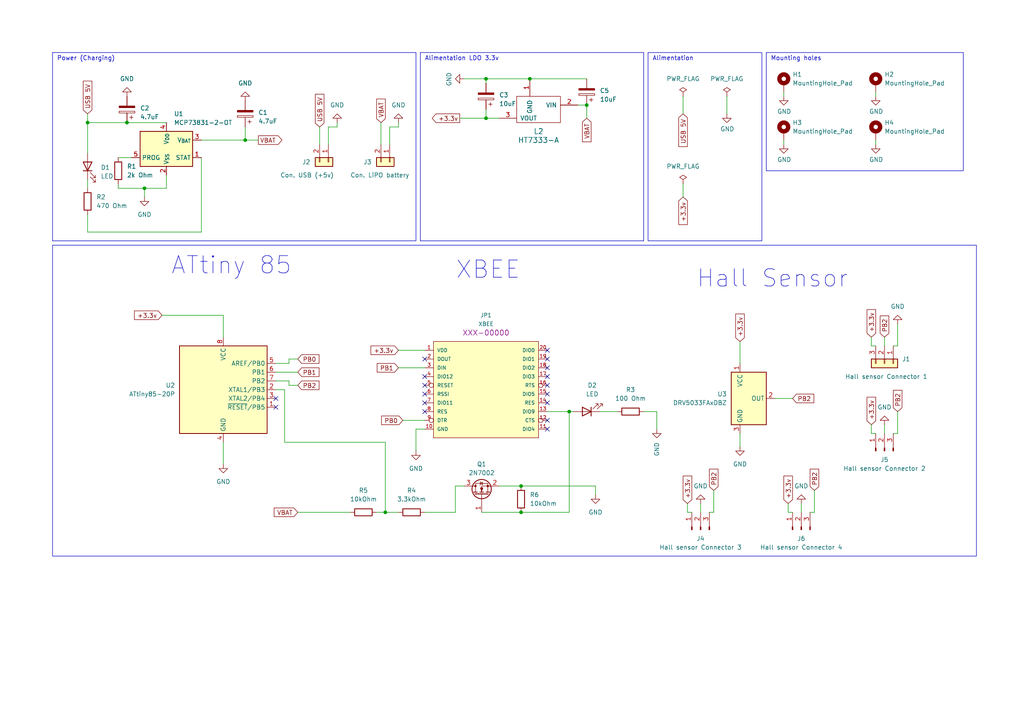
<source format=kicad_sch>
(kicad_sch (version 20230121) (generator eeschema)
  (paper "A4")
  (title_block (title "raingauge-v2") (date "12/24/2023") (rev "1.0.0") (company "Guiet"))
  (lib_symbols
    (symbol "Battery_Management:MCP73831-2-OT"
      (property "Reference" "U" (at -7.62 6.35 0))
      (property "Value" "MCP73831-2-OT" (at 1.27 6.35 0))
      (symbol "MCP73831-2-OT_0_1"
        (rectangle (start -7.62 5.08) (end 7.62 -5.08) (stroke (width 0.254)) (fill (type background)))
      )
      (symbol "MCP73831-2-OT_1_1"
        (pin output line (at 10.16 -2.54 180) (length 2.54) (name "STAT") (number "1"))
        (pin power_in line (at 0 -7.62 90) (length 2.54) (name "V_{SS}") (number "2"))
        (pin power_out line (at 10.16 2.54 180) (length 2.54) (name "V_{BAT}") (number "3"))
        (pin power_in line (at 0 7.62 270) (length 2.54) (name "V_{DD}") (number "4"))
        (pin input line (at -10.16 -2.54 0) (length 2.54) (name "PROG") (number "5"))
      )
    )
    (symbol "Connector:Conn_01x03_Pin" (pin_names (offset 1.016) hide)
      (property "Reference" "J" (at 0 5.08 0))
      (property "Value" "Conn_01x03_Pin" (at 0 -5.08 0))
      (symbol "Conn_01x03_Pin_1_1"
        (polyline (pts (xy 1.27 -2.54) (xy 0.8636 -2.54)) (stroke (width 0.1524)))
        (polyline (pts (xy 1.27 0) (xy 0.8636 0)) (stroke (width 0.1524)))
        (polyline (pts (xy 1.27 2.54) (xy 0.8636 2.54)) (stroke (width 0.1524)))
        (rectangle (start 0.8636 -2.413) (end 0 -2.667) (stroke (width 0.1524)) (fill (type outline)))
        (rectangle (start 0.8636 0.127) (end 0 -0.127) (stroke (width 0.1524)) (fill (type outline)))
        (rectangle (start 0.8636 2.667) (end 0 2.413) (stroke (width 0.1524)) (fill (type outline)))
        (pin passive line (at 5.08 2.54 180) (length 3.81) (name "Pin_1") (number "1"))
        (pin passive line (at 5.08 0 180) (length 3.81) (name "Pin_2") (number "2"))
        (pin passive line (at 5.08 -2.54 180) (length 3.81) (name "Pin_3") (number "3"))
      )
    )
    (symbol "Connector_Generic:Conn_01x02" (pin_names (offset 1.016) hide)
      (property "Reference" "J" (at 0 2.54 0))
      (property "Value" "Conn_01x02" (at 0 -5.08 0))
      (symbol "Conn_01x02_1_1"
        (rectangle (start -1.27 -2.413) (end 0 -2.667) (stroke (width 0.1524)))
        (rectangle (start -1.27 0.127) (end 0 -0.127) (stroke (width 0.1524)))
        (rectangle (start -1.27 1.27) (end 1.27 -3.81) (stroke (width 0.254)) (fill (type background)))
        (pin passive line (at -5.08 0 0) (length 3.81) (name "Pin_1") (number "1"))
        (pin passive line (at -5.08 -2.54 0) (length 3.81) (name "Pin_2") (number "2"))
      )
    )
    (symbol "Connector_Generic:Conn_01x03" (pin_names (offset 1.016) hide)
      (property "Reference" "J" (at 0 5.08 0))
      (property "Value" "Conn_01x03" (at 0 -5.08 0))
      (symbol "Conn_01x03_1_1"
        (rectangle (start -1.27 -2.413) (end 0 -2.667) (stroke (width 0.1524)))
        (rectangle (start -1.27 0.127) (end 0 -0.127) (stroke (width 0.1524)))
        (rectangle (start -1.27 2.667) (end 0 2.413) (stroke (width 0.1524)))
        (rectangle (start -1.27 3.81) (end 1.27 -3.81) (stroke (width 0.254)) (fill (type background)))
        (pin passive line (at -5.08 2.54 0) (length 3.81) (name "Pin_1") (number "1"))
        (pin passive line (at -5.08 0 0) (length 3.81) (name "Pin_2") (number "2"))
        (pin passive line (at -5.08 -2.54 0) (length 3.81) (name "Pin_3") (number "3"))
      )
    )
    (symbol "Device:C_Polarized" (pin_numbers hide) (pin_names (offset 0.254))
      (property "Reference" "C" (at 0.635 2.54 0))
      (property "Value" "C_Polarized" (at 0.635 -2.54 0))
      (symbol "C_Polarized_0_1"
        (rectangle (start -2.286 0.508) (end 2.286 1.016))
        (polyline (pts (xy -1.778 2.286) (xy -0.762 2.286)))
        (polyline (pts (xy -1.27 2.794) (xy -1.27 1.778)))
        (rectangle (start 2.286 -0.508) (end -2.286 -1.016) (fill (type outline)))
      )
      (symbol "C_Polarized_1_1"
        (pin passive line (at 0 3.81 270) (length 2.794) (name "~") (number "1"))
        (pin passive line (at 0 -3.81 90) (length 2.794) (name "~") (number "2"))
      )
    )
    (symbol "Device:LED" (pin_numbers hide) (pin_names (offset 1.016) hide)
      (property "Reference" "D" (at 0 2.54 0))
      (property "Value" "LED" (at 0 -2.54 0))
      (symbol "LED_0_1"
        (polyline (pts (xy -1.27 -1.27) (xy -1.27 1.27)) (stroke (width 0.254)))
        (polyline (pts (xy -1.27 0) (xy 1.27 0)))
        (polyline (pts (xy 1.27 -1.27) (xy 1.27 1.27) (xy -1.27 0) (xy 1.27 -1.27)) (stroke (width 0.254)))
        (polyline (pts (xy -3.048 -0.762) (xy -4.572 -2.286) (xy -3.81 -2.286) (xy -4.572 -2.286) (xy -4.572 -1.524)))
        (polyline (pts (xy -1.778 -0.762) (xy -3.302 -2.286) (xy -2.54 -2.286) (xy -3.302 -2.286) (xy -3.302 -1.524)))
      )
      (symbol "LED_1_1"
        (pin passive line (at -3.81 0 0) (length 2.54) (name "K") (number "1"))
        (pin passive line (at 3.81 0 180) (length 2.54) (name "A") (number "2"))
      )
    )
    (symbol "Device:R" (pin_numbers hide) (pin_names (offset 0))
      (property "Reference" "R" (at 2.032 0 90))
      (property "Value" "R" (at 0 0 90))
      (symbol "R_0_1"
        (rectangle (start -1.016 -2.54) (end 1.016 2.54) (stroke (width 0.254)))
      )
      (symbol "R_1_1"
        (pin passive line (at 0 3.81 270) (length 1.27) (name "~") (number "1"))
        (pin passive line (at 0 -3.81 90) (length 1.27) (name "~") (number "2"))
      )
    )
    (symbol "MCU_Microchip_ATtiny:ATtiny85-20P"
      (property "Reference" "U" (at -12.7 13.97 0))
      (property "Value" "ATtiny85-20P" (at 2.54 -13.97 0))
      (symbol "ATtiny85-20P_0_1"
        (rectangle (start -12.7 -12.7) (end 12.7 12.7) (stroke (width 0.254)) (fill (type background)))
      )
      (symbol "ATtiny85-20P_1_1"
        (pin bidirectional line (at 15.24 -5.08 180) (length 2.54) (name "~{RESET}/PB5") (number "1"))
        (pin bidirectional line (at 15.24 0 180) (length 2.54) (name "XTAL1/PB3") (number "2"))
        (pin bidirectional line (at 15.24 -2.54 180) (length 2.54) (name "XTAL2/PB4") (number "3"))
        (pin power_in line (at 0 -15.24 90) (length 2.54) (name "GND") (number "4"))
        (pin bidirectional line (at 15.24 7.62 180) (length 2.54) (name "AREF/PB0") (number "5"))
        (pin bidirectional line (at 15.24 5.08 180) (length 2.54) (name "PB1") (number "6"))
        (pin bidirectional line (at 15.24 2.54 180) (length 2.54) (name "PB2") (number "7"))
        (pin power_in line (at 0 15.24 270) (length 2.54) (name "VCC") (number "8"))
      )
    )
    (symbol "Mechanical:MountingHole_Pad" (pin_numbers hide) (pin_names (offset 1.016) hide)
      (property "Reference" "H" (at 0 6.35 0))
      (property "Value" "MountingHole_Pad" (at 0 4.445 0))
      (symbol "MountingHole_Pad_0_1"
        (circle (center 0 1.27) (radius 1.27) (stroke (width 1.27)))
      )
      (symbol "MountingHole_Pad_1_1"
        (pin input line (at 0 -2.54 90) (length 2.54) (name "1") (number "1"))
      )
    )
    (symbol "Sensor_Magnetic:DRV5033FAxDBZ"
      (property "Reference" "U" (at 2.54 12.7 0))
      (property "Value" "DRV5033FAxDBZ" (at 2.54 10.16 0))
      (symbol "DRV5033FAxDBZ_1_1"
        (rectangle (start -5.08 7.62) (end 5.08 -7.62) (stroke (width 0.254)) (fill (type background)))
        (pin power_in line (at -2.54 10.16 270) (length 2.54) (name "VCC") (number "1"))
        (pin output line (at 7.62 0 180) (length 2.54) (name "OUT") (number "2"))
        (pin power_in line (at -2.54 -10.16 90) (length 2.54) (name "GND") (number "3"))
      )
    )
    (symbol "Transistor_FET:2N7002" (pin_names hide)
      (property "Reference" "Q" (at 5.08 1.905 0))
      (property "Value" "2N7002" (at 5.08 0 0))
      (symbol "2N7002_0_1"
        (polyline (pts (xy 0.254 0) (xy -2.54 0)))
        (polyline (pts (xy 0.254 1.905) (xy 0.254 -1.905)) (stroke (width 0.254)))
        (polyline (pts (xy 0.762 -1.27) (xy 0.762 -2.286)) (stroke (width 0.254)))
        (polyline (pts (xy 0.762 0.508) (xy 0.762 -0.508)) (stroke (width 0.254)))
        (polyline (pts (xy 0.762 2.286) (xy 0.762 1.27)) (stroke (width 0.254)))
        (polyline (pts (xy 2.54 2.54) (xy 2.54 1.778)))
        (polyline (pts (xy 2.54 -2.54) (xy 2.54 0) (xy 0.762 0)))
        (polyline (pts (xy 0.762 -1.778) (xy 3.302 -1.778) (xy 3.302 1.778) (xy 0.762 1.778)))
        (polyline (pts (xy 1.016 0) (xy 2.032 0.381) (xy 2.032 -0.381) (xy 1.016 0)) (fill (type outline)))
        (polyline (pts (xy 2.794 0.508) (xy 2.921 0.381) (xy 3.683 0.381) (xy 3.81 0.254)))
        (polyline (pts (xy 3.302 0.381) (xy 2.921 -0.254) (xy 3.683 -0.254) (xy 3.302 0.381)))
        (circle (center 1.651 0) (radius 2.794) (stroke (width 0.254)))
        (circle (center 2.54 -1.778) (radius 0.254) (fill (type outline)))
        (circle (center 2.54 1.778) (radius 0.254) (fill (type outline)))
      )
      (symbol "2N7002_1_1"
        (pin input line (at -5.08 0 0) (length 2.54) (name "G") (number "1"))
        (pin passive line (at 2.54 -5.08 90) (length 2.54) (name "S") (number "2"))
        (pin passive line (at 2.54 5.08 270) (length 2.54) (name "D") (number "3"))
      )
    )
    (symbol "power:GND" (power) (pin_names (offset 0))
      (property "Value" "GND" (at 0 -3.81 0))
      (symbol "GND_0_1"
        (polyline (pts (xy 0 0) (xy 0 -1.27) (xy 1.27 -1.27) (xy 0 -2.54) (xy -1.27 -1.27) (xy 0 -1.27)))
      )
      (symbol "GND_1_1"
        (pin power_in line (at 0 0 270) (length 0) hide (name "GND") (number "1"))
      )
    )
    (symbol "power:PWR_FLAG" (power) (pin_numbers hide) (pin_names (offset 0) hide)
      (property "Value" "PWR_FLAG" (at 0 3.81 0))
      (symbol "PWR_FLAG_0_0"
        (pin power_out line (at 0 0 90) (length 0) (name "pwr") (number "1"))
      )
      (symbol "PWR_FLAG_0_1"
        (polyline (pts (xy 0 0) (xy 0 1.27) (xy -1.016 1.905) (xy 0 2.54) (xy 1.016 1.905) (xy 0 1.27)))
      )
    )
    (symbol "raingauge-v2-1:HT7333-A" (pin_names (offset 1.016))
      (property "Reference" "L2" (at 1.27 7.62 0))
      (property "Value" "HT7333-A" (at 1.27 10.16 0))
      (symbol "HT7333-A_0_1"
        (rectangle (start -5.08 -2.54) (end 7.62 5.08))
      )
      (symbol "HT7333-A_1_1"
        (pin input line (at 3.81 -7.62 90) (length 5.08) (name "GND") (number "1"))
        (pin input line (at -10.16 0 0) (length 5.08) (name "VIN") (number "2"))
        (pin input line (at 12.7 3.81 180) (length 5.08) (name "VOUT") (number "3"))
      )
    )
    (symbol "raingauge-v2-2:XBEE" (pin_names (offset 1.016))
      (property "Reference" "JP" (at -15.24 13.97 0))
      (property "Value" "XBEE" (at -15.24 -17.78 0))
      (property "Field4" "XXX-00000" (at 0 16.51 0))
      (symbol "XBEE_1_1"
        (polyline (pts (xy -15.24 12.7) (xy 15.24 12.7) (xy 15.24 -15.24) (xy -15.24 -15.24) (xy -15.24 12.7)) (fill (type background)))
        (pin power_in line (at -17.78 10.16 0) (length 2.54) (name "VDD") (number "1"))
        (pin power_in line (at -17.78 -12.7 0) (length 2.54) (name "GND") (number "10"))
        (pin bidirectional line (at 17.78 -12.7 180) (length 2.54) (name "DIO4") (number "11"))
        (pin output inverted (at 17.78 -10.16 180) (length 2.54) (name "CTS") (number "12"))
        (pin bidirectional line (at 17.78 -7.62 180) (length 2.54) (name "DIO9") (number "13"))
        (pin bidirectional line (at 17.78 -5.08 180) (length 2.54) (name "RES") (number "14"))
        (pin bidirectional line (at 17.78 -2.54 180) (length 2.54) (name "DIO5") (number "15"))
        (pin input inverted (at 17.78 0 180) (length 2.54) (name "RTS") (number "16"))
        (pin bidirectional line (at 17.78 2.54 180) (length 2.54) (name "DIO3") (number "17"))
        (pin bidirectional line (at 17.78 5.08 180) (length 2.54) (name "DIO2") (number "18"))
        (pin bidirectional line (at 17.78 7.62 180) (length 2.54) (name "DIO1") (number "19"))
        (pin output line (at -17.78 7.62 0) (length 2.54) (name "DOUT") (number "2"))
        (pin bidirectional line (at 17.78 10.16 180) (length 2.54) (name "DIO0") (number "20"))
        (pin input line (at -17.78 5.08 0) (length 2.54) (name "DIN") (number "3"))
        (pin bidirectional line (at -17.78 2.54 0) (length 2.54) (name "DIO12") (number "4"))
        (pin input inverted (at -17.78 0 0) (length 2.54) (name "RESET") (number "5"))
        (pin bidirectional line (at -17.78 -2.54 0) (length 2.54) (name "RSSI") (number "6"))
        (pin bidirectional line (at -17.78 -5.08 0) (length 2.54) (name "DIO11") (number "7"))
        (pin bidirectional line (at -17.78 -7.62 0) (length 2.54) (name "RES") (number "8"))
        (pin bidirectional inverted (at -17.78 -10.16 0) (length 2.54) (name "DTR") (number "9"))
      )
    )
  )
  (junction (at 36.83 35.56))
  (junction (at 153.67 22.86))
  (junction (at 140.97 34.29))
  (junction (at 151.13 148.59))
  (junction (at 151.13 140.97))
  (junction (at 165.1 119.38))
  (junction (at 25.4 35.56))
  (junction (at 41.91 54.61))
  (junction (at 140.97 22.86))
  (junction (at 111.76 148.59))
  (junction (at 170.18 30.48))
  (junction (at 71.12 40.64))
  (no_connect (at 123.19 114.3))
  (no_connect (at 123.19 109.22))
  (no_connect (at 158.75 106.68))
  (no_connect (at 158.75 121.92))
  (no_connect (at 123.19 111.76))
  (no_connect (at 158.75 104.14))
  (no_connect (at 158.75 114.3))
  (no_connect (at 158.75 101.6))
  (no_connect (at 158.75 116.84))
  (no_connect (at 123.19 119.38))
  (no_connect (at 158.75 109.22))
  (no_connect (at 80.01 115.57))
  (no_connect (at 158.75 111.76))
  (no_connect (at 158.75 124.46))
  (no_connect (at 123.19 116.84))
  (no_connect (at 123.19 104.14))
  (no_connect (at 80.01 118.11))
  (wire (pts (xy 227.33 40.64) (xy 227.33 41.91)))
  (wire (pts (xy 71.12 40.64) (xy 71.12 36.83)))
  (wire (pts (xy 97.79 35.56) (xy 97.79 36.83)))
  (wire (pts (xy 110.49 35.56) (xy 110.49 41.91)))
  (wire (pts (xy 133.35 34.29) (xy 140.97 34.29)))
  (wire (pts (xy 252.73 125.73) (xy 254 125.73)))
  (wire (pts (xy 232.41 146.05) (xy 232.41 148.59)))
  (wire (pts (xy 224.79 115.57) (xy 229.87 115.57)))
  (wire (pts (xy 46.99 91.44) (xy 64.77 91.44)))
  (wire (pts (xy 214.63 99.06) (xy 214.63 105.41)))
  (wire (pts (xy 140.97 22.86) (xy 153.67 22.86)))
  (wire (pts (xy 95.25 36.83) (xy 95.25 41.91)))
  (wire (pts (xy 86.36 148.59) (xy 101.6 148.59)))
  (wire (pts (xy 41.91 54.61) (xy 41.91 57.15)))
  (wire (pts (xy 165.1 119.38) (xy 166.37 119.38)))
  (wire (pts (xy 134.62 22.86) (xy 140.97 22.86)))
  (wire (pts (xy 140.97 34.29) (xy 144.78 34.29)))
  (wire (pts (xy 25.4 62.23) (xy 25.4 67.31)))
  (wire (pts (xy 198.12 27.94) (xy 198.12 33.02)))
  (wire (pts (xy 64.77 91.44) (xy 64.77 97.79)))
  (wire (pts (xy 207.01 148.59) (xy 205.74 148.59)))
  (wire (pts (xy 198.12 53.34) (xy 198.12 57.15)))
  (wire (pts (xy 190.5 119.38) (xy 186.69 119.38)))
  (wire (pts (xy 113.03 36.83) (xy 113.03 41.91)))
  (wire (pts (xy 115.57 35.56) (xy 115.57 36.83)))
  (wire (pts (xy 34.29 45.72) (xy 38.1 45.72)))
  (wire (pts (xy 25.4 52.07) (xy 25.4 54.61)))
  (wire (pts (xy 111.76 148.59) (xy 115.57 148.59)))
  (wire (pts (xy 260.35 119.38) (xy 260.35 125.73)))
  (polyline (pts (xy 186.69 69.85) (xy 186.69 15.24)))
  (wire (pts (xy 256.54 97.79) (xy 256.54 100.33)))
  (wire (pts (xy 36.83 35.56) (xy 48.26 35.56)))
  (wire (pts (xy 116.84 121.92) (xy 123.19 121.92)))
  (wire (pts (xy 83.82 111.76) (xy 86.36 111.76)))
  (wire (pts (xy 83.82 110.49) (xy 80.01 110.49)))
  (wire (pts (xy 132.08 148.59) (xy 123.19 148.59)))
  (wire (pts (xy 173.99 119.38) (xy 179.07 119.38)))
  (wire (pts (xy 109.22 148.59) (xy 111.76 148.59)))
  (wire (pts (xy 83.82 105.41) (xy 80.01 105.41)))
  (wire (pts (xy 92.71 36.83) (xy 92.71 41.91)))
  (wire (pts (xy 80.01 107.95) (xy 86.36 107.95)))
  (wire (pts (xy 153.67 22.86) (xy 170.18 22.86)))
  (wire (pts (xy 252.73 97.79) (xy 252.73 100.33)))
  (wire (pts (xy 151.13 148.59) (xy 139.7 148.59)))
  (wire (pts (xy 83.82 104.14) (xy 86.36 104.14)))
  (wire (pts (xy 228.6 148.59) (xy 229.87 148.59)))
  (wire (pts (xy 115.57 101.6) (xy 123.19 101.6)))
  (wire (pts (xy 236.22 148.59) (xy 234.95 148.59)))
  (wire (pts (xy 97.79 36.83) (xy 95.25 36.83)))
  (wire (pts (xy 83.82 111.76) (xy 83.82 110.49)))
  (wire (pts (xy 199.39 146.05) (xy 199.39 148.59)))
  (wire (pts (xy 25.4 35.56) (xy 36.83 35.56)))
  (wire (pts (xy 167.64 30.48) (xy 170.18 30.48)))
  (wire (pts (xy 25.4 35.56) (xy 25.4 44.45)))
  (wire (pts (xy 58.42 40.64) (xy 71.12 40.64)))
  (wire (pts (xy 256.54 123.19) (xy 256.54 125.73)))
  (polyline (pts (xy 121.92 69.85) (xy 186.69 69.85)))
  (wire (pts (xy 48.26 54.61) (xy 41.91 54.61)))
  (polyline (pts (xy 121.92 15.24) (xy 121.92 69.85)))
  (wire (pts (xy 74.93 40.64) (xy 71.12 40.64)))
  (wire (pts (xy 214.63 125.73) (xy 214.63 129.54)))
  (wire (pts (xy 25.4 67.31) (xy 58.42 67.31)))
  (wire (pts (xy 260.35 93.98) (xy 260.35 100.33)))
  (wire (pts (xy 120.65 124.46) (xy 120.65 130.81)))
  (wire (pts (xy 210.82 27.94) (xy 210.82 33.02)))
  (wire (pts (xy 170.18 30.48) (xy 170.18 34.29)))
  (wire (pts (xy 151.13 140.97) (xy 172.72 140.97)))
  (wire (pts (xy 64.77 128.27) (xy 64.77 134.62)))
  (wire (pts (xy 207.01 142.24) (xy 207.01 148.59)))
  (wire (pts (xy 132.08 140.97) (xy 134.62 140.97)))
  (wire (pts (xy 165.1 148.59) (xy 151.13 148.59)))
  (wire (pts (xy 236.22 142.24) (xy 236.22 148.59)))
  (wire (pts (xy 199.39 148.59) (xy 200.66 148.59)))
  (wire (pts (xy 25.4 33.02) (xy 25.4 35.56)))
  (wire (pts (xy 111.76 128.27) (xy 82.55 128.27)))
  (wire (pts (xy 165.1 119.38) (xy 165.1 148.59)))
  (wire (pts (xy 228.6 146.05) (xy 228.6 148.59)))
  (wire (pts (xy 144.78 140.97) (xy 151.13 140.97)))
  (wire (pts (xy 82.55 128.27) (xy 82.55 113.03)))
  (wire (pts (xy 252.73 100.33) (xy 254 100.33)))
  (wire (pts (xy 254 26.67) (xy 254 27.94)))
  (wire (pts (xy 83.82 104.14) (xy 83.82 105.41)))
  (wire (pts (xy 172.72 140.97) (xy 172.72 143.51)))
  (wire (pts (xy 203.2 146.05) (xy 203.2 148.59)))
  (wire (pts (xy 140.97 22.86) (xy 140.97 24.13)))
  (wire (pts (xy 41.91 54.61) (xy 34.29 54.61)))
  (wire (pts (xy 227.33 26.67) (xy 227.33 27.94)))
  (wire (pts (xy 260.35 100.33) (xy 259.08 100.33)))
  (wire (pts (xy 140.97 31.75) (xy 140.97 34.29)))
  (wire (pts (xy 254 40.64) (xy 254 41.91)))
  (wire (pts (xy 132.08 140.97) (xy 132.08 148.59)))
  (wire (pts (xy 82.55 113.03) (xy 80.01 113.03)))
  (wire (pts (xy 115.57 36.83) (xy 113.03 36.83)))
  (wire (pts (xy 111.76 148.59) (xy 111.76 128.27)))
  (wire (pts (xy 48.26 50.8) (xy 48.26 54.61)))
  (wire (pts (xy 190.5 124.46) (xy 190.5 119.38)))
  (wire (pts (xy 252.73 123.19) (xy 252.73 125.73)))
  (polyline (pts (xy 186.69 15.24) (xy 121.92 15.24)))
  (wire (pts (xy 58.42 67.31) (xy 58.42 45.72)))
  (wire (pts (xy 260.35 125.73) (xy 259.08 125.73)))
  (wire (pts (xy 34.29 53.34) (xy 34.29 54.61)))
  (wire (pts (xy 123.19 124.46) (xy 120.65 124.46)))
  (wire (pts (xy 158.75 119.38) (xy 165.1 119.38)))
  (wire (pts (xy 115.57 106.68) (xy 123.19 106.68)))
  (rectangle (start 187.96 15.24) (end 220.98 69.85))
  (rectangle (start 15.24 15.24) (end 120.65 69.85))
  (rectangle (start 15.24 71.12) (end 283.21 161.29))
  (rectangle (start 222.25 15.24) (end 279.4 49.53))
  (text "XBEE" (at 132.08 81.28 0) (effects (font (size 5 5)) (justify left bottom)))
  (text "Power (Charging)" (at 16.51 17.78 0) (effects (font (size 1.27 1.27)) (justify left bottom)))
  (text "Hall Sensor" (at 201.93 83.82 0) (effects (font (size 5 5)) (justify left bottom)))
  (text "Mounting holes" (at 223.52 17.78 0) (effects (font (size 1.27 1.27)) (justify left bottom)))
  (text "Alimentation" (at 189.23 17.78 0) (effects (font (size 1.27 1.27)) (justify left bottom)))
  (text "Alimentation LDO 3.3v" (at 123.19 17.78 0) (effects (font (size 1.27 1.27)) (justify left bottom)))
  (text "ATtiny 85" (at 49.53 80.01 0) (effects (font (size 5 5)) (justify left bottom)))
  (global_label "PB1" (shape input) (at 115.57 106.68 180) (property "Intersheetrefs" "${INTERSHEET_REFS}" (effects hide)))
  (global_label "+3.3v" (shape input) (at 46.99 91.44 180) (property "Intersheetrefs" "${INTERSHEET_REFS}" (effects hide)))
  (global_label "+3.3v" (shape input) (at 252.73 123.19 90) (property "Intersheetrefs" "${INTERSHEET_REFS}" (effects hide)))
  (global_label "+3.3v" (shape output) (at 133.35 34.29 180) (property "Intersheetrefs" "${INTERSHEET_REFS}" (effects hide)))
  (global_label "+3.3v" (shape input) (at 198.12 57.15 270) (property "Intersheetrefs" "${INTERSHEET_REFS}" (effects hide)))
  (global_label "PB2" (shape input) (at 207.01 142.24 90) (property "Intersheetrefs" "${INTERSHEET_REFS}" (effects hide)))
  (global_label "PB0" (shape input) (at 116.84 121.92 180) (property "Intersheetrefs" "${INTERSHEET_REFS}" (effects hide)))
  (global_label "VBAT" (shape input) (at 170.18 34.29 270) (property "Intersheetrefs" "${INTERSHEET_REFS}" (effects hide)))
  (global_label "PB1" (shape input) (at 86.36 107.95 0) (property "Intersheetrefs" "${INTERSHEET_REFS}" (effects hide)))
  (global_label "USB 5V" (shape input) (at 198.12 33.02 270) (property "Intersheetrefs" "${INTERSHEET_REFS}" (effects hide)))
  (global_label "+3.3v" (shape input) (at 252.73 97.79 90) (property "Intersheetrefs" "${INTERSHEET_REFS}" (effects hide)))
  (global_label "VBAT" (shape input) (at 110.49 35.56 90) (property "Intersheetrefs" "${INTERSHEET_REFS}" (effects hide)))
  (global_label "USB 5V" (shape input) (at 25.4 33.02 90) (property "Intersheetrefs" "${INTERSHEET_REFS}" (effects hide)))
  (global_label "PB2" (shape input) (at 86.36 111.76 0) (property "Intersheetrefs" "${INTERSHEET_REFS}" (effects hide)))
  (global_label "VBAT" (shape input) (at 86.36 148.59 180) (property "Intersheetrefs" "${INTERSHEET_REFS}" (effects hide)))
  (global_label "VBAT" (shape output) (at 74.93 40.64 0) (property "Intersheetrefs" "${INTERSHEET_REFS}" (effects hide)))
  (global_label "+3.3v" (shape input) (at 199.39 146.05 90) (property "Intersheetrefs" "${INTERSHEET_REFS}" (effects hide)))
  (global_label "+3.3v" (shape input) (at 228.6 146.05 90) (property "Intersheetrefs" "${INTERSHEET_REFS}" (effects hide)))
  (global_label "PB2" (shape input) (at 256.54 97.79 90) (property "Intersheetrefs" "${INTERSHEET_REFS}" (effects hide)))
  (global_label "+3.3v" (shape input) (at 115.57 101.6 180) (property "Intersheetrefs" "${INTERSHEET_REFS}" (effects hide)))
  (global_label "PB2" (shape input) (at 229.87 115.57 0) (property "Intersheetrefs" "${INTERSHEET_REFS}" (effects hide)))
  (global_label "PB0" (shape input) (at 86.36 104.14 0) (property "Intersheetrefs" "${INTERSHEET_REFS}" (effects hide)))
  (global_label "USB 5V" (shape input) (at 92.71 36.83 90) (property "Intersheetrefs" "${INTERSHEET_REFS}" (effects hide)))
  (global_label "+3.3v" (shape input) (at 214.63 99.06 90) (property "Intersheetrefs" "${INTERSHEET_REFS}" (effects hide)))
  (global_label "PB2" (shape input) (at 260.35 119.38 90) (property "Intersheetrefs" "${INTERSHEET_REFS}" (effects hide)))
  (global_label "PB2" (shape input) (at 236.22 142.24 90) (property "Intersheetrefs" "${INTERSHEET_REFS}" (effects hide)))
  (symbol (lib_id "Device:LED") (at 170.18 119.38 180) (unit 1)
    (property "Reference" "D2" (at 171.7675 111.76 0))
    (property "Value" "LED" (at 171.7675 114.3 0))
    (property "Footprint" "LED_SMD:LED_0805_2012Metric" (effects hide))
  )
  (symbol (lib_id "power:GND") (at 227.33 41.91 0) (unit 1)
    (property "Reference" "#PWR015" (effects hide))
    (property "Value" "GND" (at 227.457 46.3042 0))
  )
  (symbol (lib_id "Mechanical:MountingHole_Pad") (at 254 38.1 0) (unit 1)
    (property "Reference" "H4" (at 256.54 35.56 0) (effects (justify left)))
    (property "Value" "MountingHole_Pad" (at 256.54 38.1 0) (effects (justify left)))
    (property "Footprint" "MountingHole:MountingHole_2.2mm_M2_Pad" (effects hide))
  )
  (symbol (lib_id "power:GND") (at 260.35 93.98 180) (unit 1)
    (property "Reference" "#PWR013" (effects hide))
    (property "Value" "GND" (at 260.35 88.9 0))
  )
  (symbol (lib_id "power:PWR_FLAG") (at 198.12 27.94 0) (unit 1)
    (property "Reference" "#FLG01" (effects hide))
    (property "Value" "PWR_FLAG" (at 198.12 22.86 0))
  )
  (symbol (lib_id "Connector:Conn_01x03_Pin") (at 232.41 153.67 90) (unit 1)
    (property "Reference" "J6" (at 232.41 156.21 90))
    (property "Value" "Hall sensor Connector 4" (at 232.41 158.75 90))
    (property "Footprint" "Connector_PinSocket_2.54mm:PinSocket_1x03_P2.54mm_Vertical" (effects hide))
  )
  (symbol (lib_id "Device:C_Polarized") (at 140.97 27.94 180) (unit 1)
    (property "Reference" "C3" (at 144.78 27.559 0) (effects (justify right)))
    (property "Value" "10uF" (at 144.78 30.099 0) (effects (justify right)))
    (property "Footprint" "Capacitor_SMD:C_0805_2012Metric" (effects hide))
  )
  (symbol (lib_id "MCU_Microchip_ATtiny:ATtiny85-20P") (at 64.77 113.03 0) (unit 1)
    (property "Reference" "U2" (at 50.8 111.76 0) (effects (justify right)))
    (property "Value" "ATtiny85-20P" (at 50.8 114.3 0) (effects (justify right)))
    (property "Footprint" "Package_DIP:DIP-8_W7.62mm" (effects hide))
    (property "Datasheet" "http://ww1.microchip.com/downloads/en/DeviceDoc/atmel-2586-avr-8-bit-microcontroller-attiny25-attiny45-attiny85_datasheet.pdf" (effects hide))
  )
  (symbol (lib_id "power:GND") (at 41.91 57.15 0) (unit 1)
    (property "Reference" "#PWR01" (effects hide))
    (property "Value" "GND" (at 41.91 62.23 0))
  )
  (symbol (lib_id "Connector:Conn_01x03_Pin") (at 203.2 153.67 90) (unit 1)
    (property "Reference" "J4" (at 203.2 156.21 90))
    (property "Value" "Hall sensor Connector 3" (at 203.2 158.75 90))
    (property "Footprint" "Connector_PinSocket_2.54mm:PinSocket_1x03_P2.54mm_Vertical" (effects hide))
  )
  (symbol (lib_id "Battery_Management:MCP73831-2-OT") (at 48.26 43.18 0) (unit 1)
    (property "Reference" "U1" (at 50.4541 33.02 0) (effects (justify left)))
    (property "Value" "MCP73831-2-OT" (at 50.4541 35.56 0) (effects (justify left)))
    (property "Footprint" "Package_TO_SOT_SMD:SOT-23-5" (effects hide))
    (property "Datasheet" "http://ww1.microchip.com/downloads/en/DeviceDoc/20001984g.pdf" (effects hide))
  )
  (symbol (lib_id "Device:R") (at 34.29 49.53 180) (unit 1)
    (property "Reference" "R1" (at 36.83 48.26 0) (effects (justify right)))
    (property "Value" "2k Ohm" (at 36.83 50.8 0) (effects (justify right)))
    (property "Footprint" "Resistor_SMD:R_0805_2012Metric" (effects hide))
  )
  (symbol (lib_id "power:GND") (at 227.33 27.94 0) (unit 1)
    (property "Reference" "#PWR017" (effects hide))
    (property "Value" "GND" (at 227.457 32.3342 0))
  )
  (symbol (lib_id "power:GND") (at 134.62 22.86 270) (unit 1)
    (property "Reference" "#PWR06" (effects hide))
    (property "Value" "GND" (at 130.2258 22.987 0))
  )
  (symbol (lib_id "power:GND") (at 172.72 143.51 0) (unit 1)
    (property "Reference" "#PWR011" (effects hide))
    (property "Value" "GND" (at 172.72 148.59 0))
  )
  (symbol (lib_id "power:GND") (at 97.79 35.56 180) (unit 1)
    (property "Reference" "#PWR04" (effects hide))
    (property "Value" "GND" (at 97.79 30.48 0))
  )
  (symbol (lib_id "power:PWR_FLAG") (at 198.12 53.34 0) (unit 1)
    (property "Reference" "#FLG02" (effects hide))
    (property "Value" "PWR_FLAG" (at 198.12 48.26 0))
  )
  (symbol (lib_id "power:GND") (at 64.77 134.62 0) (unit 1)
    (property "Reference" "#PWR07" (effects hide))
    (property "Value" "GND" (at 64.77 139.7 0))
  )
  (symbol (lib_id "Connector_Generic:Conn_01x02") (at 95.25 46.99 270) (unit 1)
    (property "Reference" "J2" (at 87.63 46.99 90) (effects (justify left)))
    (property "Value" "Con. USB (+5v)" (at 81.28 50.8 90) (effects (justify left)))
    (property "Footprint" "Connector_JST:JST_EH_B2B-EH-A_1x02_P2.50mm_Vertical" (effects hide))
  )
  (symbol (lib_id "Device:R") (at 119.38 148.59 270) (unit 1)
    (property "Reference" "R4" (at 119.38 142.24 90))
    (property "Value" "3.3kOhm" (at 119.38 144.78 90))
    (property "Footprint" "Resistor_SMD:R_0805_2012Metric" (effects hide))
  )
  (symbol (lib_id "Connector_Generic:Conn_01x02") (at 113.03 46.99 270) (unit 1)
    (property "Reference" "J3" (at 105.41 46.99 90) (effects (justify left)))
    (property "Value" "Con. LiPO battery " (at 101.6 50.8 90) (effects (justify left)))
    (property "Footprint" "Connector_JST:JST_EH_B2B-EH-A_1x02_P2.50mm_Vertical" (effects hide))
  )
  (symbol (lib_id "Device:R") (at 105.41 148.59 270) (unit 1)
    (property "Reference" "R5" (at 105.41 142.24 90))
    (property "Value" "10kOhm" (at 105.41 144.78 90))
    (property "Footprint" "Resistor_SMD:R_0805_2012Metric" (effects hide))
  )
  (symbol (lib_id "Device:C_Polarized") (at 36.83 31.75 180) (unit 1)
    (property "Reference" "C2" (at 40.64 31.369 0) (effects (justify right)))
    (property "Value" "4.7uF" (at 40.64 33.909 0) (effects (justify right)))
    (property "Footprint" "Capacitor_SMD:C_0805_2012Metric" (effects hide))
  )
  (symbol (lib_id "Mechanical:MountingHole_Pad") (at 227.33 24.13 0) (unit 1)
    (property "Reference" "H1" (at 229.87 21.59 0) (effects (justify left)))
    (property "Value" "MountingHole_Pad" (at 229.87 24.13 0) (effects (justify left)))
    (property "Footprint" "MountingHole:MountingHole_2.2mm_M2_Pad" (effects hide))
  )
  (symbol (lib_id "Device:R") (at 151.13 144.78 180) (unit 1)
    (property "Reference" "R6" (at 153.67 143.51 0) (effects (justify right)))
    (property "Value" "10kOhm" (at 153.67 146.05 0) (effects (justify right)))
    (property "Footprint" "Resistor_SMD:R_0805_2012Metric" (effects hide))
  )
  (symbol (lib_id "Device:R") (at 25.4 58.42 180) (unit 1)
    (property "Reference" "R2" (at 27.94 57.15 0) (effects (justify right)))
    (property "Value" "470 Ohm" (at 27.94 59.69 0) (effects (justify right)))
    (property "Footprint" "Resistor_SMD:R_0805_2012Metric" (effects hide))
  )
  (symbol (lib_id "raingauge-v2-2:XBEE") (at 140.97 111.76 0) (unit 1)
    (property "Reference" "JP1" (at 140.97 91.44 0) (effects (font (size 1.143 1.143))))
    (property "Value" "XBEE" (at 140.97 93.98 0) (effects (font (size 1.143 1.143))))
    (property "Footprint" "RF:XBEE" (effects hide))
    (property "Toto" "XXX-00000" (at 140.97 96.52 0) (effects (font (size 1.524 1.524))))
  )
  (symbol (lib_id "Device:LED") (at 25.4 48.26 90) (unit 1)
    (property "Reference" "D1" (at 29.21 48.5775 90) (effects (justify right)))
    (property "Value" "LED" (at 29.21 51.1175 90) (effects (justify right)))
    (property "Footprint" "LED_SMD:LED_0805_2012Metric" (effects hide))
  )
  (symbol (lib_id "Connector_Generic:Conn_01x03") (at 256.54 105.41 270) (unit 1)
    (property "Reference" "J1" (at 261.62 104.14 90) (effects (justify left)))
    (property "Value" "Hall sensor Connector 1" (at 245.11 109.22 90) (effects (justify left)))
    (property "Footprint" "Connector_JST:JST_EH_B3B-EH-A_1x03_P2.50mm_Vertical" (effects hide))
  )
  (symbol (lib_id "power:PWR_FLAG") (at 210.82 27.94 0) (unit 1)
    (property "Reference" "#FLG03" (effects hide))
    (property "Value" "PWR_FLAG" (at 210.82 22.86 0))
  )
  (symbol (lib_id "Device:R") (at 182.88 119.38 90) (unit 1)
    (property "Reference" "R3" (at 182.88 113.03 90))
    (property "Value" "100 Ohm" (at 182.88 115.57 90))
    (property "Footprint" "Resistor_SMD:R_0805_2012Metric" (effects hide))
  )
  (symbol (lib_id "power:GND") (at 36.83 27.94 180) (unit 1)
    (property "Reference" "#PWR03" (effects hide))
    (property "Value" "GND" (at 36.83 22.86 0))
  )
  (symbol (lib_id "Sensor_Magnetic:DRV5033FAxDBZ") (at 217.17 115.57 0) (unit 1) (on_board no)
    (property "Reference" "U3" (at 210.82 114.3 0) (effects (justify right)))
    (property "Value" "DRV5033FAxDBZ" (at 210.82 116.84 0) (effects (justify right)))
    (property "Footprint" "Package_TO_SOT_SMD:SOT-23" (effects hide))
    (property "Datasheet" "https://www.ti.com/lit/ds/symlink/drv5033.pdf" (effects hide))
  )
  (symbol (lib_id "power:GND") (at 232.41 146.05 180) (unit 1)
    (property "Reference" "#PWR012" (effects hide))
    (property "Value" "GND" (at 232.41 140.97 0))
  )
  (symbol (lib_id "power:GND") (at 256.54 123.19 180) (unit 1)
    (property "Reference" "#PWR020" (effects hide))
    (property "Value" "GND" (at 256.54 118.11 0))
  )
  (symbol (lib_id "power:GND") (at 254 41.91 0) (unit 1)
    (property "Reference" "#PWR016" (effects hide))
    (property "Value" "GND" (at 254.127 46.3042 0))
  )
  (symbol (lib_id "power:GND") (at 115.57 35.56 180) (unit 1)
    (property "Reference" "#PWR05" (effects hide))
    (property "Value" "GND" (at 115.57 30.48 0))
  )
  (symbol (lib_id "power:GND") (at 254 27.94 0) (unit 1)
    (property "Reference" "#PWR018" (effects hide))
    (property "Value" "GND" (at 254.127 32.3342 0))
  )
  (symbol (lib_id "power:GND") (at 71.12 29.21 180) (unit 1)
    (property "Reference" "#PWR02" (effects hide))
    (property "Value" "GND" (at 71.12 24.13 0))
  )
  (symbol (lib_id "power:GND") (at 210.82 33.02 0) (unit 1)
    (property "Reference" "#PWR014" (effects hide))
    (property "Value" "GND" (at 210.947 37.4142 0))
  )
  (symbol (lib_id "raingauge-v2-1:HT7333-A") (at 157.48 30.48 180) (unit 1)
    (property "Reference" "L2" (at 156.21 38.1 0) (effects (font (size 1.524 1.524))))
    (property "Value" "HT7333-A" (at 156.21 40.64 0) (effects (font (size 1.524 1.524))))
    (property "Footprint" "Package_TO_SOT_SMD:SOT-89-3" (effects hide))
  )
  (symbol (lib_id "power:GND") (at 214.63 129.54 0) (unit 1)
    (property "Reference" "#PWR08" (effects hide))
    (property "Value" "GND" (at 214.63 134.62 0))
  )
  (symbol (lib_id "Transistor_FET:2N7002") (at 139.7 143.51 90) (unit 1)
    (property "Reference" "Q1" (at 139.7 134.62 90))
    (property "Value" "2N7002" (at 139.7 137.16 90))
    (property "Footprint" "Package_TO_SOT_SMD:SOT-23" (effects hide))
    (property "Datasheet" "https://www.onsemi.com/pub/Collateral/NDS7002A-D.PDF" (effects hide))
  )
  (symbol (lib_id "power:GND") (at 120.65 130.81 0) (unit 1)
    (property "Reference" "#PWR09" (effects hide))
    (property "Value" "GND" (at 120.65 135.89 0))
  )
  (symbol (lib_id "Mechanical:MountingHole_Pad") (at 227.33 38.1 0) (unit 1)
    (property "Reference" "H3" (at 229.87 35.56 0) (effects (justify left)))
    (property "Value" "MountingHole_Pad" (at 229.87 38.1 0) (effects (justify left)))
    (property "Footprint" "MountingHole:MountingHole_2.2mm_M2_Pad" (effects hide))
  )
  (symbol (lib_id "Device:C_Polarized") (at 170.18 26.67 180) (unit 1)
    (property "Reference" "C5" (at 173.99 26.289 0) (effects (justify right)))
    (property "Value" "10uF" (at 173.99 28.829 0) (effects (justify right)))
    (property "Footprint" "Capacitor_SMD:C_0805_2012Metric" (effects hide))
  )
  (symbol (lib_id "power:GND") (at 190.5 124.46 0) (unit 1)
    (property "Reference" "#PWR010" (effects hide))
    (property "Value" "GND" (at 190.5 128.27 90) (effects (justify right)))
  )
  (symbol (lib_id "Mechanical:MountingHole_Pad") (at 254 24.13 0) (unit 1)
    (property "Reference" "H2" (at 256.54 21.59 0) (effects (justify left)))
    (property "Value" "MountingHole_Pad" (at 256.54 24.13 0) (effects (justify left)))
    (property "Footprint" "MountingHole:MountingHole_2.2mm_M2_Pad" (effects hide))
  )
  (symbol (lib_id "Connector:Conn_01x03_Pin") (at 256.54 130.81 90) (unit 1)
    (property "Reference" "J5" (at 256.54 133.35 90))
    (property "Value" "Hall sensor Connector 2" (at 256.54 135.89 90))
    (property "Footprint" "Connector_PinSocket_2.54mm:PinSocket_1x03_P2.54mm_Vertical" (effects hide))
  )
  (symbol (lib_id "Device:C_Polarized") (at 71.12 33.02 180) (unit 1)
    (property "Reference" "C1" (at 74.93 32.639 0) (effects (justify right)))
    (property "Value" "4.7uF" (at 74.93 35.179 0) (effects (justify right)))
    (property "Footprint" "Capacitor_SMD:C_0805_2012Metric" (effects hide))
  )
  (symbol (lib_id "power:GND") (at 203.2 146.05 180) (unit 1)
    (property "Reference" "#PWR019" (effects hide))
    (property "Value" "GND" (at 203.2 140.97 0))
  )
)
</source>
